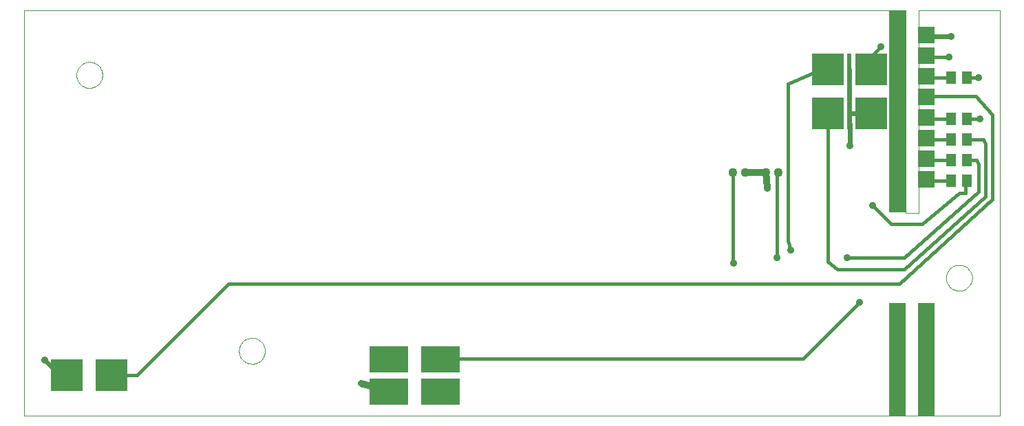
<source format=gtl>
G75*
G70*
%OFA0B0*%
%FSLAX24Y24*%
%IPPOS*%
%LPD*%
%AMOC8*
5,1,8,0,0,1.08239X$1,22.5*
%
%ADD10C,0.0000*%
%ADD11R,0.0787X0.5512*%
%ADD12R,0.0787X0.9843*%
%ADD13R,0.0787X0.0787*%
%ADD14R,0.1890X0.1299*%
%ADD15R,0.1575X0.1575*%
%ADD16R,0.0236X0.1575*%
%ADD17R,0.0512X0.0591*%
%ADD18C,0.0436*%
%ADD19C,0.0160*%
%ADD20C,0.0100*%
%ADD21C,0.0240*%
%ADD22C,0.0320*%
%ADD23C,0.0356*%
D10*
X000180Y000218D02*
X000180Y019903D01*
X042857Y019903D01*
X042857Y010060D01*
X043487Y010060D01*
X043487Y019903D01*
X047424Y019903D01*
X047424Y000218D01*
X000180Y000218D01*
X010574Y003367D02*
X010576Y003417D01*
X010582Y003467D01*
X010592Y003516D01*
X010606Y003564D01*
X010623Y003611D01*
X010644Y003656D01*
X010669Y003700D01*
X010697Y003741D01*
X010729Y003780D01*
X010763Y003817D01*
X010800Y003851D01*
X010840Y003881D01*
X010882Y003908D01*
X010926Y003932D01*
X010972Y003953D01*
X011019Y003969D01*
X011067Y003982D01*
X011117Y003991D01*
X011166Y003996D01*
X011217Y003997D01*
X011267Y003994D01*
X011316Y003987D01*
X011365Y003976D01*
X011413Y003961D01*
X011459Y003943D01*
X011504Y003921D01*
X011547Y003895D01*
X011588Y003866D01*
X011627Y003834D01*
X011663Y003799D01*
X011695Y003761D01*
X011725Y003721D01*
X011752Y003678D01*
X011775Y003634D01*
X011794Y003588D01*
X011810Y003540D01*
X011822Y003491D01*
X011830Y003442D01*
X011834Y003392D01*
X011834Y003342D01*
X011830Y003292D01*
X011822Y003243D01*
X011810Y003194D01*
X011794Y003146D01*
X011775Y003100D01*
X011752Y003056D01*
X011725Y003013D01*
X011695Y002973D01*
X011663Y002935D01*
X011627Y002900D01*
X011588Y002868D01*
X011547Y002839D01*
X011504Y002813D01*
X011459Y002791D01*
X011413Y002773D01*
X011365Y002758D01*
X011316Y002747D01*
X011267Y002740D01*
X011217Y002737D01*
X011166Y002738D01*
X011117Y002743D01*
X011067Y002752D01*
X011019Y002765D01*
X010972Y002781D01*
X010926Y002802D01*
X010882Y002826D01*
X010840Y002853D01*
X010800Y002883D01*
X010763Y002917D01*
X010729Y002954D01*
X010697Y002993D01*
X010669Y003034D01*
X010644Y003078D01*
X010623Y003123D01*
X010606Y003170D01*
X010592Y003218D01*
X010582Y003267D01*
X010576Y003317D01*
X010574Y003367D01*
X002700Y016753D02*
X002702Y016803D01*
X002708Y016853D01*
X002718Y016902D01*
X002732Y016950D01*
X002749Y016997D01*
X002770Y017042D01*
X002795Y017086D01*
X002823Y017127D01*
X002855Y017166D01*
X002889Y017203D01*
X002926Y017237D01*
X002966Y017267D01*
X003008Y017294D01*
X003052Y017318D01*
X003098Y017339D01*
X003145Y017355D01*
X003193Y017368D01*
X003243Y017377D01*
X003292Y017382D01*
X003343Y017383D01*
X003393Y017380D01*
X003442Y017373D01*
X003491Y017362D01*
X003539Y017347D01*
X003585Y017329D01*
X003630Y017307D01*
X003673Y017281D01*
X003714Y017252D01*
X003753Y017220D01*
X003789Y017185D01*
X003821Y017147D01*
X003851Y017107D01*
X003878Y017064D01*
X003901Y017020D01*
X003920Y016974D01*
X003936Y016926D01*
X003948Y016877D01*
X003956Y016828D01*
X003960Y016778D01*
X003960Y016728D01*
X003956Y016678D01*
X003948Y016629D01*
X003936Y016580D01*
X003920Y016532D01*
X003901Y016486D01*
X003878Y016442D01*
X003851Y016399D01*
X003821Y016359D01*
X003789Y016321D01*
X003753Y016286D01*
X003714Y016254D01*
X003673Y016225D01*
X003630Y016199D01*
X003585Y016177D01*
X003539Y016159D01*
X003491Y016144D01*
X003442Y016133D01*
X003393Y016126D01*
X003343Y016123D01*
X003292Y016124D01*
X003243Y016129D01*
X003193Y016138D01*
X003145Y016151D01*
X003098Y016167D01*
X003052Y016188D01*
X003008Y016212D01*
X002966Y016239D01*
X002926Y016269D01*
X002889Y016303D01*
X002855Y016340D01*
X002823Y016379D01*
X002795Y016420D01*
X002770Y016464D01*
X002749Y016509D01*
X002732Y016556D01*
X002718Y016604D01*
X002708Y016653D01*
X002702Y016703D01*
X002700Y016753D01*
X044826Y006910D02*
X044828Y006960D01*
X044834Y007010D01*
X044844Y007059D01*
X044858Y007107D01*
X044875Y007154D01*
X044896Y007199D01*
X044921Y007243D01*
X044949Y007284D01*
X044981Y007323D01*
X045015Y007360D01*
X045052Y007394D01*
X045092Y007424D01*
X045134Y007451D01*
X045178Y007475D01*
X045224Y007496D01*
X045271Y007512D01*
X045319Y007525D01*
X045369Y007534D01*
X045418Y007539D01*
X045469Y007540D01*
X045519Y007537D01*
X045568Y007530D01*
X045617Y007519D01*
X045665Y007504D01*
X045711Y007486D01*
X045756Y007464D01*
X045799Y007438D01*
X045840Y007409D01*
X045879Y007377D01*
X045915Y007342D01*
X045947Y007304D01*
X045977Y007264D01*
X046004Y007221D01*
X046027Y007177D01*
X046046Y007131D01*
X046062Y007083D01*
X046074Y007034D01*
X046082Y006985D01*
X046086Y006935D01*
X046086Y006885D01*
X046082Y006835D01*
X046074Y006786D01*
X046062Y006737D01*
X046046Y006689D01*
X046027Y006643D01*
X046004Y006599D01*
X045977Y006556D01*
X045947Y006516D01*
X045915Y006478D01*
X045879Y006443D01*
X045840Y006411D01*
X045799Y006382D01*
X045756Y006356D01*
X045711Y006334D01*
X045665Y006316D01*
X045617Y006301D01*
X045568Y006290D01*
X045519Y006283D01*
X045469Y006280D01*
X045418Y006281D01*
X045369Y006286D01*
X045319Y006295D01*
X045271Y006308D01*
X045224Y006324D01*
X045178Y006345D01*
X045134Y006369D01*
X045092Y006396D01*
X045052Y006426D01*
X045015Y006460D01*
X044981Y006497D01*
X044949Y006536D01*
X044921Y006577D01*
X044896Y006621D01*
X044875Y006666D01*
X044858Y006713D01*
X044844Y006761D01*
X044834Y006810D01*
X044828Y006860D01*
X044826Y006910D01*
D11*
X043881Y002973D03*
X042463Y002973D03*
D12*
X042463Y014981D03*
D13*
X043881Y014678D03*
X043881Y013678D03*
X043881Y012678D03*
X043881Y011678D03*
X043881Y015678D03*
X043881Y016678D03*
X043881Y017678D03*
X043881Y018678D03*
D14*
X020318Y002973D03*
X017837Y002973D03*
X017837Y001399D03*
X020318Y001399D03*
D15*
X004412Y002186D03*
X002247Y002186D03*
X039097Y014903D03*
X041184Y014903D03*
X041184Y017029D03*
X039097Y017029D03*
D16*
X040141Y017029D03*
X040141Y014903D03*
D17*
X045080Y014618D03*
X045828Y014618D03*
X045828Y013618D03*
X045080Y013618D03*
X045080Y012618D03*
X045828Y012618D03*
X045828Y011618D03*
X045080Y011618D03*
X045080Y016618D03*
X045828Y016618D03*
D18*
X036693Y012029D03*
X036113Y012029D03*
X035113Y012029D03*
X034513Y012029D03*
D19*
X034513Y007697D01*
X036634Y007878D02*
X036634Y011970D01*
X041254Y010418D02*
X042154Y009518D01*
X043654Y009518D01*
X045454Y011018D01*
X045754Y011018D01*
X045754Y011600D01*
X045080Y011618D02*
X043887Y011618D01*
X043881Y011678D01*
X043889Y012616D02*
X045080Y012618D01*
X045828Y012618D02*
X046306Y012616D01*
X046414Y012408D01*
X046414Y011088D01*
X046404Y011088D01*
X042804Y007888D01*
X040044Y007888D01*
X039554Y007328D02*
X039107Y007675D01*
X039097Y014903D01*
X038765Y017029D02*
X037154Y016318D01*
X037154Y008728D01*
X037314Y008268D01*
X039554Y007328D02*
X042814Y007328D01*
X046734Y010848D01*
X046734Y013418D01*
X046632Y013619D01*
X045828Y013618D01*
X045080Y013618D02*
X043986Y013619D01*
X043886Y014619D02*
X045080Y014618D01*
X045767Y014618D02*
X046464Y014618D01*
X047054Y014818D02*
X046254Y015718D01*
X043870Y015718D01*
X043924Y016629D02*
X045080Y016618D01*
X045828Y016618D02*
X046317Y016621D01*
X046384Y016628D01*
X044964Y017628D02*
X044064Y017629D01*
X041654Y018118D02*
X041154Y017618D01*
X041154Y017196D01*
X041184Y017029D01*
X047054Y014818D02*
X047054Y010718D01*
X042554Y006618D01*
X010054Y006618D01*
X005623Y002186D01*
X004412Y002186D01*
X020318Y002973D02*
X020509Y002998D01*
X037894Y002998D01*
X040624Y005728D01*
D20*
X034534Y007618D02*
X034513Y007697D01*
X036634Y011970D02*
X036693Y012029D01*
X043881Y012678D02*
X043889Y012616D01*
X043986Y013619D02*
X043881Y013678D01*
X043886Y014619D02*
X043881Y014678D01*
X045767Y014618D02*
X045828Y014618D01*
X043881Y015678D02*
X043870Y015718D01*
X043924Y016629D02*
X043881Y016678D01*
X044064Y017629D02*
X043881Y017678D01*
X041184Y017029D02*
X040743Y017029D01*
X039097Y017029D02*
X038765Y017029D01*
X045754Y011600D02*
X045828Y011618D01*
D21*
X040159Y013328D02*
X040174Y013398D01*
X040150Y014040D01*
X040141Y014903D01*
X040141Y017029D01*
X043743Y018629D02*
X045054Y018618D01*
X043881Y018678D02*
X043743Y018629D01*
X041184Y014903D02*
X040141Y014903D01*
X002247Y002186D02*
X001886Y002186D01*
X001154Y002918D01*
D22*
X016499Y001777D02*
X016563Y001745D01*
X016499Y001777D02*
X017837Y001399D01*
X036154Y011268D02*
X036134Y011647D01*
X036113Y012029D01*
X035113Y012029D01*
D23*
X036154Y011268D03*
X040159Y013328D03*
X046464Y014618D03*
X046384Y016628D03*
X044964Y017628D03*
X045054Y018618D03*
X041654Y018118D03*
X041254Y010418D03*
X037314Y008268D03*
X036634Y007878D03*
X034534Y007618D03*
X040044Y007888D03*
X040624Y005728D03*
X016563Y001745D03*
X001154Y002918D03*
M02*

</source>
